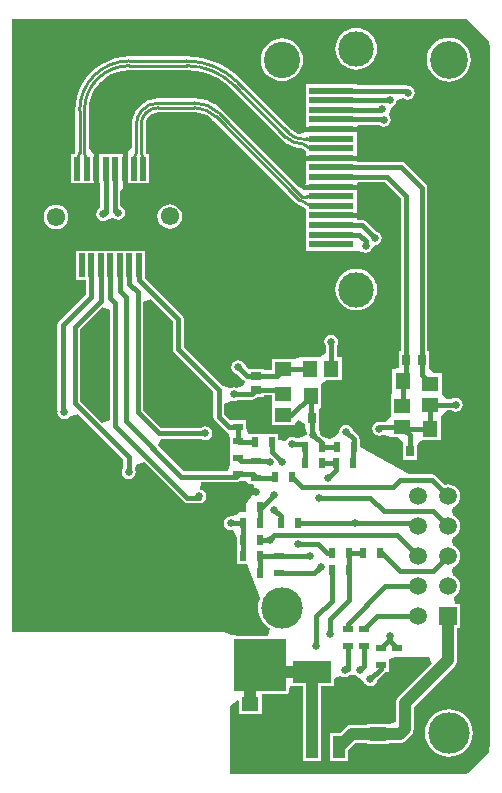
<source format=gtl>
G04 Layer_Physical_Order=1*
G04 Layer_Color=255*
%FSAX25Y25*%
%MOIN*%
G70*
G01*
G75*
%ADD10C,0.00900*%
%ADD11R,0.03937X0.07284*%
%ADD12R,0.12598X0.07284*%
%ADD13R,0.01969X0.07874*%
%ADD14R,0.02362X0.03347*%
%ADD15R,0.03347X0.02362*%
%ADD16R,0.04724X0.05512*%
%ADD17R,0.05512X0.04724*%
%ADD18R,0.02559X0.03543*%
%ADD19R,0.03543X0.02559*%
%ADD20R,0.04921X0.05512*%
%ADD21R,0.05512X0.04921*%
%ADD22R,0.15000X0.02200*%
%ADD23C,0.01500*%
%ADD24C,0.00800*%
%ADD25C,0.03937*%
%ADD26R,0.17500X0.17500*%
%ADD27C,0.12097*%
%ADD28C,0.13780*%
%ADD29C,0.12598*%
%ADD30C,0.05512*%
%ADD31R,0.07874X0.07874*%
%ADD32C,0.06102*%
%ADD33C,0.05906*%
%ADD34R,0.05906X0.05906*%
%ADD35C,0.11811*%
%ADD36C,0.02500*%
%ADD37C,0.05000*%
G36*
X0346350Y0313814D02*
Y0277001D01*
X0343850Y0275965D01*
X0336418Y0283397D01*
Y0307418D01*
X0343850Y0314850D01*
X0346350Y0313814D01*
D02*
G37*
G36*
X0400378Y0282339D02*
X0400378Y0279838D01*
Y0275252D01*
X0407890D01*
Y0276092D01*
X0409000Y0276913D01*
X0411500Y0275652D01*
Y0274886D01*
X0411500D01*
X0411885Y0272386D01*
X0411840Y0272158D01*
X0409533Y0270942D01*
X0408513D01*
X0408012Y0271277D01*
X0407134Y0271451D01*
X0406256Y0271277D01*
X0405512Y0270780D01*
X0405014Y0270035D01*
X0402524Y0270328D01*
Y0272331D01*
X0398161D01*
Y0272331D01*
X0396815D01*
Y0272331D01*
X0394186D01*
X0392389Y0272551D01*
X0391807Y0274563D01*
Y0276984D01*
X0386461D01*
X0386461Y0276984D01*
Y0276984D01*
X0384655Y0278660D01*
X0384418Y0278896D01*
Y0282263D01*
X0386688Y0283501D01*
X0386918Y0283506D01*
X0387634Y0283363D01*
X0388512Y0283538D01*
X0389013Y0283873D01*
X0393736D01*
X0394419Y0284009D01*
X0394998Y0284396D01*
X0395334Y0284732D01*
X0397862D01*
Y0285227D01*
X0400378D01*
X0400378Y0282339D01*
D02*
G37*
G36*
X0367350Y0309918D02*
Y0300657D01*
X0367485Y0299975D01*
X0367872Y0299396D01*
X0380850Y0286418D01*
Y0278157D01*
X0380985Y0277475D01*
X0381372Y0276896D01*
X0384872Y0273396D01*
X0384872Y0273396D01*
X0386199Y0272391D01*
X0386461Y0270453D01*
Y0267831D01*
X0386461D01*
Y0266484D01*
X0386461D01*
Y0262122D01*
X0386461Y0262122D01*
X0385689Y0259942D01*
X0370873D01*
X0362352Y0268462D01*
X0362374Y0268648D01*
X0363477Y0270873D01*
X0376754D01*
X0377256Y0270538D01*
X0378134Y0270363D01*
X0379012Y0270538D01*
X0379756Y0271035D01*
X0380253Y0271779D01*
X0380428Y0272657D01*
X0380253Y0273535D01*
X0379756Y0274280D01*
X0379012Y0274777D01*
X0378134Y0274952D01*
X0377256Y0274777D01*
X0376754Y0274442D01*
X0363373D01*
X0357418Y0280397D01*
Y0316314D01*
X0359918Y0317350D01*
X0367350Y0309918D01*
D02*
G37*
G36*
X0464948Y0410704D02*
X0472743Y0403290D01*
X0472830Y0403002D01*
X0473028Y0400995D01*
Y0168910D01*
X0472830Y0166903D01*
X0472694Y0166454D01*
X0465597Y0159357D01*
X0465148Y0159221D01*
X0463141Y0159023D01*
X0386523D01*
Y0181643D01*
X0388930Y0183643D01*
X0389378Y0183537D01*
Y0178945D01*
X0396890D01*
Y0185638D01*
X0405134D01*
X0405524Y0185715D01*
X0405855Y0185936D01*
X0406000Y0186154D01*
X0406076Y0186267D01*
X0406076Y0186267D01*
X0406153Y0186657D01*
X0406335Y0188516D01*
X0410640D01*
Y0168157D01*
X0410665Y0167963D01*
Y0163516D01*
X0416602D01*
Y0167963D01*
X0416628Y0168157D01*
Y0188516D01*
X0420933D01*
Y0190646D01*
X0421878Y0191278D01*
X0423433Y0191754D01*
X0423756Y0191538D01*
X0424634Y0191363D01*
X0425512Y0191538D01*
X0425549Y0191563D01*
X0426312Y0192035D01*
X0428012Y0192035D01*
X0428544Y0191680D01*
X0428756Y0191538D01*
X0429753Y0191013D01*
X0430760Y0190029D01*
X0431184Y0189526D01*
X0431512Y0189035D01*
X0432256Y0188538D01*
X0433134Y0188363D01*
X0434012Y0188538D01*
X0434756Y0189035D01*
X0435253Y0189779D01*
X0435371Y0190371D01*
X0437895Y0192896D01*
X0437895Y0192896D01*
X0438047Y0193122D01*
X0439307D01*
X0439307Y0197484D01*
X0441528Y0198157D01*
X0452633D01*
X0453590Y0195848D01*
X0442517Y0184775D01*
X0442041Y0184154D01*
X0441742Y0183432D01*
X0441640Y0182657D01*
Y0176474D01*
X0439390Y0175870D01*
Y0175870D01*
X0431878D01*
Y0175403D01*
X0426941D01*
X0426166Y0175302D01*
X0425444Y0175002D01*
X0424824Y0174527D01*
X0423096Y0172799D01*
X0419721D01*
Y0168352D01*
X0419695Y0168157D01*
X0419721Y0167963D01*
Y0163516D01*
X0425658D01*
Y0166892D01*
X0428181Y0169415D01*
X0431878D01*
Y0168949D01*
X0439390D01*
Y0169415D01*
X0442886D01*
X0443661Y0169517D01*
X0444383Y0169816D01*
X0445003Y0170292D01*
X0446751Y0172040D01*
X0447227Y0172660D01*
X0447526Y0173382D01*
X0447628Y0174157D01*
Y0181417D01*
X0461251Y0195040D01*
X0461727Y0195660D01*
X0462026Y0196382D01*
X0462128Y0197157D01*
Y0207705D01*
X0463087D01*
Y0215610D01*
X0461396D01*
X0460899Y0218110D01*
X0461127Y0218205D01*
X0461953Y0218838D01*
X0462587Y0219664D01*
X0462985Y0220626D01*
X0463121Y0221657D01*
X0462985Y0222689D01*
X0462587Y0223651D01*
X0461953Y0224477D01*
X0461127Y0225110D01*
X0460538Y0225354D01*
X0460340Y0226657D01*
X0460538Y0227961D01*
X0461127Y0228205D01*
X0461953Y0228838D01*
X0462587Y0229664D01*
X0462985Y0230626D01*
X0463121Y0231657D01*
X0462985Y0232689D01*
X0462587Y0233651D01*
X0461953Y0234477D01*
X0461127Y0235110D01*
X0460538Y0235354D01*
X0460340Y0236657D01*
X0460538Y0237961D01*
X0461127Y0238205D01*
X0461953Y0238838D01*
X0462587Y0239664D01*
X0462985Y0240626D01*
X0463121Y0241657D01*
X0462985Y0242689D01*
X0462587Y0243651D01*
X0461953Y0244477D01*
X0461127Y0245110D01*
X0460538Y0245354D01*
X0460340Y0246657D01*
X0460538Y0247961D01*
X0461127Y0248205D01*
X0461953Y0248838D01*
X0462587Y0249664D01*
X0462985Y0250626D01*
X0463121Y0251657D01*
X0462985Y0252689D01*
X0462587Y0253651D01*
X0461953Y0254477D01*
X0461127Y0255110D01*
X0460166Y0255508D01*
X0459134Y0255644D01*
X0458102Y0255508D01*
X0457893Y0255422D01*
X0454895Y0258419D01*
X0454317Y0258806D01*
X0453634Y0258942D01*
X0446022D01*
X0429815Y0267946D01*
Y0270831D01*
X0429384D01*
X0429282Y0271340D01*
X0428896Y0271919D01*
X0428896Y0271919D01*
X0427371Y0273444D01*
X0427253Y0274035D01*
X0426756Y0274780D01*
X0426012Y0275277D01*
X0425134Y0275451D01*
X0424256Y0275277D01*
X0423512Y0274780D01*
X0423014Y0274035D01*
X0422840Y0273158D01*
X0421859Y0271761D01*
X0419744Y0270831D01*
X0417461Y0271354D01*
X0416371Y0272444D01*
X0416358Y0272510D01*
X0416059Y0274886D01*
X0416059D01*
Y0280429D01*
X0416847Y0281401D01*
X0416846D01*
Y0287901D01*
X0416847Y0288913D01*
X0418730Y0290402D01*
X0423539D01*
Y0297913D01*
X0421961D01*
Y0301843D01*
X0422253Y0302279D01*
X0422428Y0303157D01*
X0422253Y0304035D01*
X0421756Y0304780D01*
X0421012Y0305277D01*
X0420134Y0305451D01*
X0419256Y0305277D01*
X0418512Y0304780D01*
X0418014Y0304035D01*
X0417840Y0303157D01*
X0418014Y0302279D01*
X0418393Y0301713D01*
Y0299265D01*
X0416453Y0297913D01*
X0414315Y0297913D01*
X0410165D01*
X0409728Y0297913D01*
Y0297913D01*
X0407890Y0297370D01*
X0407890Y0297370D01*
X0400378D01*
Y0293587D01*
X0397862D01*
Y0294083D01*
X0392319D01*
X0390936Y0296010D01*
X0390756Y0296280D01*
X0390012Y0296777D01*
X0389134Y0296952D01*
X0388256Y0296777D01*
X0387512Y0296280D01*
X0387014Y0295535D01*
X0386840Y0294657D01*
X0387014Y0293779D01*
X0387512Y0293035D01*
X0388256Y0292538D01*
X0388848Y0292420D01*
X0390451Y0290817D01*
X0390726Y0290541D01*
X0391245Y0289942D01*
X0391017Y0288714D01*
X0390982Y0288639D01*
X0388553Y0287749D01*
X0388512Y0287777D01*
X0387634Y0287951D01*
X0386841Y0287794D01*
X0386704Y0287778D01*
X0386347Y0287787D01*
X0384101Y0288308D01*
X0383956Y0288387D01*
X0383818Y0288496D01*
X0370918Y0301396D01*
Y0310657D01*
X0370918Y0310657D01*
X0370782Y0311340D01*
X0370395Y0311919D01*
X0370395Y0311919D01*
X0357929Y0324385D01*
Y0333501D01*
X0354780D01*
Y0333501D01*
X0335063D01*
Y0323627D01*
X0338413D01*
Y0318960D01*
X0329372Y0309919D01*
X0328985Y0309340D01*
X0328850Y0308657D01*
Y0280157D01*
X0328894Y0279932D01*
X0328840Y0279657D01*
X0329014Y0278780D01*
X0329512Y0278035D01*
X0330256Y0277538D01*
X0331134Y0277363D01*
X0332012Y0277538D01*
X0332756Y0278035D01*
X0332933Y0278300D01*
X0334928Y0278880D01*
X0335833Y0278935D01*
X0350850Y0263918D01*
Y0261037D01*
X0350514Y0260535D01*
X0350340Y0259657D01*
X0350514Y0258780D01*
X0351012Y0258035D01*
X0351756Y0257538D01*
X0352634Y0257363D01*
X0353512Y0257538D01*
X0354256Y0258035D01*
X0354753Y0258780D01*
X0354928Y0259657D01*
X0354753Y0260535D01*
X0355115Y0262168D01*
X0357713Y0263055D01*
X0370872Y0249896D01*
X0370872Y0249896D01*
X0371451Y0249509D01*
X0372134Y0249373D01*
X0372134Y0249373D01*
X0376085D01*
X0376134Y0249363D01*
X0377012Y0249538D01*
X0377756Y0250035D01*
X0378253Y0250780D01*
X0378428Y0251657D01*
X0378253Y0252535D01*
X0377756Y0253280D01*
X0377012Y0253777D01*
X0376528Y0253873D01*
X0376774Y0256373D01*
X0388280D01*
X0388962Y0256509D01*
X0389444Y0256831D01*
X0391807D01*
X0392461Y0255622D01*
X0393941D01*
X0394659Y0254166D01*
X0394846Y0253122D01*
X0390180Y0247176D01*
X0388598Y0245331D01*
X0386634Y0244952D01*
X0385756Y0244777D01*
X0385012Y0244280D01*
X0384514Y0243535D01*
X0384340Y0242657D01*
X0384514Y0241779D01*
X0385012Y0241035D01*
X0385756Y0240538D01*
X0386634Y0240363D01*
X0387471Y0240530D01*
X0388598Y0237662D01*
Y0234484D01*
X0388598D01*
Y0234331D01*
X0388598D01*
Y0228984D01*
X0392011D01*
X0396441Y0217720D01*
X0396309Y0217475D01*
X0395858Y0215988D01*
X0395706Y0214441D01*
X0395858Y0212894D01*
X0396309Y0211407D01*
X0397042Y0210036D01*
X0398028Y0208835D01*
X0399229Y0207849D01*
X0399551Y0207677D01*
X0398925Y0205177D01*
X0389945D01*
X0389230Y0205177D01*
X0387470Y0205396D01*
X0386820Y0205497D01*
X0385274Y0206113D01*
X0384500Y0206267D01*
X0384500Y0206267D01*
X0384163Y0206267D01*
X0313688D01*
Y0410882D01*
X0463141D01*
X0464948Y0410704D01*
D02*
G37*
%LPC*%
G36*
X0428434Y0327496D02*
X0427080Y0327363D01*
X0425778Y0326968D01*
X0424579Y0326327D01*
X0423527Y0325464D01*
X0422664Y0324412D01*
X0422023Y0323213D01*
X0421628Y0321911D01*
X0421495Y0320557D01*
X0421628Y0319204D01*
X0422023Y0317902D01*
X0422664Y0316702D01*
X0423527Y0315651D01*
X0424579Y0314788D01*
X0425778Y0314147D01*
X0427080Y0313752D01*
X0428434Y0313618D01*
X0429788Y0313752D01*
X0431089Y0314147D01*
X0432289Y0314788D01*
X0433340Y0315651D01*
X0434203Y0316702D01*
X0434845Y0317902D01*
X0435239Y0319204D01*
X0435373Y0320557D01*
X0435239Y0321911D01*
X0434845Y0323213D01*
X0434203Y0324412D01*
X0433340Y0325464D01*
X0432289Y0326327D01*
X0431089Y0326968D01*
X0429788Y0327363D01*
X0428434Y0327496D01*
D02*
G37*
G36*
X0459303Y0180676D02*
X0457757Y0180524D01*
X0456269Y0180072D01*
X0454899Y0179340D01*
X0453697Y0178354D01*
X0452711Y0177153D01*
X0451979Y0175782D01*
X0451528Y0174295D01*
X0451375Y0172748D01*
X0451528Y0171201D01*
X0451979Y0169714D01*
X0452711Y0168343D01*
X0453697Y0167142D01*
X0454899Y0166156D01*
X0456269Y0165424D01*
X0457757Y0164972D01*
X0459303Y0164820D01*
X0460850Y0164972D01*
X0462337Y0165424D01*
X0463708Y0166156D01*
X0464909Y0167142D01*
X0465895Y0168343D01*
X0466628Y0169714D01*
X0467079Y0171201D01*
X0467231Y0172748D01*
X0467079Y0174295D01*
X0466628Y0175782D01*
X0465895Y0177153D01*
X0464909Y0178354D01*
X0463708Y0179340D01*
X0462337Y0180072D01*
X0460850Y0180524D01*
X0459303Y0180676D01*
D02*
G37*
G36*
X0328386Y0348792D02*
X0327328Y0348652D01*
X0326343Y0348244D01*
X0325497Y0347595D01*
X0324847Y0346748D01*
X0324439Y0345763D01*
X0324300Y0344706D01*
X0324439Y0343648D01*
X0324847Y0342662D01*
X0325497Y0341816D01*
X0326343Y0341167D01*
X0327328Y0340759D01*
X0328386Y0340619D01*
X0329443Y0340759D01*
X0330429Y0341167D01*
X0331275Y0341816D01*
X0331925Y0342662D01*
X0332333Y0343648D01*
X0332472Y0344706D01*
X0332333Y0345763D01*
X0331925Y0346748D01*
X0331275Y0347595D01*
X0330429Y0348244D01*
X0329443Y0348652D01*
X0328386Y0348792D01*
D02*
G37*
G36*
X0428434Y0407733D02*
X0427080Y0407599D01*
X0425778Y0407204D01*
X0424579Y0406563D01*
X0423527Y0405700D01*
X0422664Y0404649D01*
X0422023Y0403449D01*
X0421628Y0402147D01*
X0421495Y0400794D01*
X0421628Y0399440D01*
X0422023Y0398138D01*
X0422664Y0396939D01*
X0423527Y0395887D01*
X0424579Y0395024D01*
X0425778Y0394383D01*
X0427080Y0393988D01*
X0428434Y0393855D01*
X0429788Y0393988D01*
X0431089Y0394383D01*
X0432289Y0395024D01*
X0433340Y0395887D01*
X0434203Y0396939D01*
X0434845Y0398138D01*
X0435239Y0399440D01*
X0435373Y0400794D01*
X0435239Y0402147D01*
X0434845Y0403449D01*
X0434203Y0404649D01*
X0433340Y0405700D01*
X0432289Y0406563D01*
X0431089Y0407204D01*
X0429788Y0407599D01*
X0428434Y0407733D01*
D02*
G37*
G36*
X0371818Y0398248D02*
Y0398236D01*
X0352821D01*
Y0398246D01*
X0350463Y0398092D01*
X0350387Y0398076D01*
X0348146Y0397631D01*
X0345909Y0396871D01*
X0343790Y0395826D01*
X0341825Y0394514D01*
X0340049Y0392956D01*
X0338491Y0391180D01*
X0337178Y0389215D01*
X0336134Y0387096D01*
X0335374Y0384859D01*
X0334928Y0382618D01*
X0334913Y0382542D01*
X0334759Y0380184D01*
X0334769D01*
Y0366501D01*
X0334541Y0366204D01*
X0334367Y0365784D01*
X0333488D01*
Y0355910D01*
X0340437D01*
X0340606Y0355910D01*
X0342937D01*
X0343137Y0355710D01*
Y0347697D01*
X0342512Y0347280D01*
X0342014Y0346535D01*
X0341840Y0345657D01*
X0342014Y0344779D01*
X0342512Y0344035D01*
X0343256Y0343538D01*
X0344134Y0343363D01*
X0345012Y0343538D01*
X0345122Y0343612D01*
X0347219Y0344422D01*
X0348256Y0344038D01*
X0349134Y0343863D01*
X0350012Y0344038D01*
X0350756Y0344535D01*
X0351253Y0345280D01*
X0351428Y0346157D01*
X0351253Y0347035D01*
X0350756Y0347780D01*
X0350012Y0348277D01*
X0349855Y0348308D01*
Y0353493D01*
X0352355Y0355910D01*
X0352555Y0355910D01*
X0359504D01*
Y0365784D01*
X0358625D01*
X0358452Y0366204D01*
X0358223Y0366501D01*
Y0375460D01*
X0358214Y0375504D01*
X0358353Y0376556D01*
X0358776Y0377577D01*
X0359449Y0378454D01*
X0360326Y0379127D01*
X0361347Y0379549D01*
X0362398Y0379688D01*
X0362442Y0379679D01*
X0374492D01*
X0374557Y0379692D01*
X0376158Y0379535D01*
X0377760Y0379048D01*
X0379237Y0378259D01*
X0380480Y0377239D01*
X0380517Y0377183D01*
X0408338Y0349362D01*
X0408365Y0349344D01*
X0408977Y0348875D01*
X0409719Y0348567D01*
X0410113Y0348516D01*
X0410646Y0348078D01*
X0411634Y0347550D01*
Y0346657D01*
X0411634Y0346357D01*
Y0344157D01*
X0411634Y0343857D01*
Y0339957D01*
Y0336757D01*
Y0333557D01*
X0427577D01*
X0428634Y0333557D01*
X0430756Y0333038D01*
X0431634Y0332863D01*
X0432512Y0333038D01*
X0433256Y0333535D01*
X0433753Y0334279D01*
X0434634Y0335363D01*
X0435512Y0335538D01*
X0436256Y0336035D01*
X0436753Y0336779D01*
X0436928Y0337657D01*
X0436753Y0338535D01*
X0436256Y0339280D01*
X0435512Y0339777D01*
X0434920Y0339895D01*
X0431496Y0343319D01*
X0430917Y0343706D01*
X0430234Y0343842D01*
X0428950D01*
X0428634Y0344158D01*
Y0346357D01*
X0428634Y0346657D01*
Y0349557D01*
Y0353457D01*
X0428634Y0353757D01*
Y0355957D01*
X0428950Y0356273D01*
X0437995D01*
X0443204Y0351064D01*
Y0299929D01*
X0442709D01*
Y0294386D01*
X0440421Y0293913D01*
Y0286402D01*
X0440421Y0286402D01*
X0439878Y0285063D01*
X0439878Y0285063D01*
X0439878Y0284127D01*
Y0280476D01*
X0439878Y0278339D01*
X0438526Y0276398D01*
X0436591D01*
X0436590Y0276398D01*
X0436496Y0276380D01*
X0436134Y0276451D01*
X0435256Y0276277D01*
X0434512Y0275780D01*
X0434014Y0275035D01*
X0433840Y0274157D01*
X0434014Y0273280D01*
X0434512Y0272535D01*
X0435256Y0272038D01*
X0436134Y0271863D01*
X0437012Y0272038D01*
X0437378Y0272283D01*
X0437759Y0272172D01*
X0439878Y0271252D01*
X0439878Y0271252D01*
X0439878Y0271252D01*
X0442365D01*
X0444000Y0269429D01*
Y0263886D01*
X0448559D01*
Y0268363D01*
X0449339Y0269791D01*
X0450656Y0270402D01*
X0456595D01*
Y0277913D01*
X0456595D01*
X0456890Y0278752D01*
X0458736Y0280330D01*
X0460319D01*
X0460756Y0280038D01*
X0461634Y0279863D01*
X0462512Y0280038D01*
X0463256Y0280535D01*
X0463753Y0281279D01*
X0463928Y0282157D01*
X0463753Y0283035D01*
X0463256Y0283780D01*
X0462512Y0284277D01*
X0461634Y0284452D01*
X0460756Y0284277D01*
X0460189Y0283898D01*
X0458241D01*
X0456890Y0285839D01*
X0456890Y0287976D01*
Y0292563D01*
X0454194D01*
X0452559Y0294386D01*
Y0299929D01*
X0452064D01*
Y0354512D01*
X0452064Y0354512D01*
X0451928Y0355195D01*
X0451541Y0355773D01*
X0444796Y0362519D01*
X0444217Y0362906D01*
X0443534Y0363042D01*
X0428950D01*
X0428634Y0363357D01*
Y0365557D01*
X0428634Y0365858D01*
Y0368757D01*
Y0372657D01*
X0428634Y0372957D01*
Y0375157D01*
X0428950Y0375473D01*
X0436105D01*
X0436756Y0375038D01*
X0437634Y0374863D01*
X0438512Y0375038D01*
X0439256Y0375535D01*
X0439753Y0376279D01*
X0439928Y0377157D01*
X0439753Y0378035D01*
X0439256Y0378780D01*
X0440081Y0381188D01*
X0440512Y0381538D01*
X0441256Y0382035D01*
X0441753Y0382780D01*
X0441851Y0383270D01*
X0443014Y0383951D01*
X0444347Y0384311D01*
X0444756Y0384038D01*
X0445634Y0383863D01*
X0446512Y0384038D01*
X0447256Y0384535D01*
X0447753Y0385279D01*
X0447928Y0386157D01*
X0447753Y0387035D01*
X0447256Y0387780D01*
X0446512Y0388277D01*
X0445725Y0388433D01*
X0445617Y0388506D01*
X0444934Y0388642D01*
X0428634D01*
Y0388957D01*
X0411634D01*
Y0384757D01*
Y0381557D01*
Y0378357D01*
Y0375458D01*
X0411634Y0375157D01*
Y0372957D01*
X0409300Y0372289D01*
X0408999Y0372414D01*
X0407006Y0373638D01*
X0405239Y0375406D01*
X0389898Y0390747D01*
X0389906Y0390756D01*
X0387767Y0392667D01*
X0385428Y0394327D01*
X0382917Y0395714D01*
X0380267Y0396812D01*
X0377510Y0397606D01*
X0374682Y0398087D01*
X0371818Y0398248D01*
D02*
G37*
G36*
X0403634Y0404240D02*
X0402252Y0404104D01*
X0400923Y0403701D01*
X0399699Y0403047D01*
X0398625Y0402166D01*
X0397745Y0401092D01*
X0397090Y0399868D01*
X0396687Y0398539D01*
X0396551Y0397157D01*
X0396687Y0395776D01*
X0397090Y0394447D01*
X0397745Y0393222D01*
X0398625Y0392149D01*
X0399699Y0391268D01*
X0400923Y0390614D01*
X0402252Y0390211D01*
X0403634Y0390075D01*
X0405016Y0390211D01*
X0406344Y0390614D01*
X0407569Y0391268D01*
X0408642Y0392149D01*
X0409523Y0393222D01*
X0410178Y0394447D01*
X0410581Y0395776D01*
X0410717Y0397157D01*
X0410581Y0398539D01*
X0410178Y0399868D01*
X0409523Y0401092D01*
X0408642Y0402166D01*
X0407569Y0403047D01*
X0406344Y0403701D01*
X0405016Y0404104D01*
X0403634Y0404240D01*
D02*
G37*
G36*
X0366280Y0348989D02*
X0365222Y0348849D01*
X0364236Y0348441D01*
X0363390Y0347792D01*
X0362741Y0346945D01*
X0362333Y0345960D01*
X0362193Y0344902D01*
X0362333Y0343845D01*
X0362741Y0342859D01*
X0363390Y0342013D01*
X0364236Y0341364D01*
X0365222Y0340955D01*
X0366280Y0340816D01*
X0367337Y0340955D01*
X0368323Y0341364D01*
X0369169Y0342013D01*
X0369818Y0342859D01*
X0370226Y0343845D01*
X0370366Y0344902D01*
X0370226Y0345960D01*
X0369818Y0346945D01*
X0369169Y0347792D01*
X0368323Y0348441D01*
X0367337Y0348849D01*
X0366280Y0348989D01*
D02*
G37*
G36*
X0459303Y0404492D02*
X0457872Y0404351D01*
X0456496Y0403934D01*
X0455228Y0403256D01*
X0454117Y0402344D01*
X0453205Y0401232D01*
X0452527Y0399964D01*
X0452109Y0398588D01*
X0451969Y0397157D01*
X0452109Y0395726D01*
X0452527Y0394351D01*
X0453205Y0393083D01*
X0454117Y0391971D01*
X0455228Y0391059D01*
X0456496Y0390381D01*
X0457872Y0389964D01*
X0459303Y0389823D01*
X0460734Y0389964D01*
X0462110Y0390381D01*
X0463378Y0391059D01*
X0464489Y0391971D01*
X0465402Y0393083D01*
X0466079Y0394351D01*
X0466497Y0395726D01*
X0466638Y0397157D01*
X0466497Y0398588D01*
X0466079Y0399964D01*
X0465402Y0401232D01*
X0464489Y0402344D01*
X0463378Y0403256D01*
X0462110Y0403934D01*
X0460734Y0404351D01*
X0459303Y0404492D01*
D02*
G37*
%LPD*%
G36*
X0374627Y0393524D02*
X0377297Y0392993D01*
X0379875Y0392118D01*
X0382316Y0390914D01*
X0384580Y0389401D01*
X0386561Y0387664D01*
X0386610Y0387590D01*
X0403784Y0370416D01*
X0403771Y0370403D01*
X0405242Y0369196D01*
X0405682Y0368961D01*
X0406920Y0368300D01*
X0408741Y0367747D01*
X0410238Y0367600D01*
X0410686Y0367232D01*
X0411634Y0366726D01*
Y0365858D01*
X0411634Y0365557D01*
Y0363357D01*
X0411634Y0363057D01*
Y0359157D01*
Y0356258D01*
X0411634Y0356047D01*
X0409934Y0354464D01*
X0409501Y0354644D01*
X0383740Y0380405D01*
X0383748Y0380414D01*
X0382186Y0381748D01*
X0381875Y0381939D01*
X0380435Y0382821D01*
X0378537Y0383607D01*
X0376895Y0384001D01*
X0376539Y0384087D01*
X0374492Y0384248D01*
Y0384236D01*
X0362471D01*
X0362471Y0384250D01*
X0360751Y0384081D01*
X0360115Y0383888D01*
X0360115Y0383888D01*
X0360115Y0383888D01*
X0359096Y0383579D01*
X0357572Y0382764D01*
X0356235Y0381667D01*
X0355706Y0381024D01*
X0355654Y0380989D01*
X0355554Y0380840D01*
X0355139Y0380331D01*
X0354324Y0378806D01*
X0354015Y0377787D01*
X0354015Y0377787D01*
X0354015Y0377787D01*
X0353822Y0377152D01*
X0353652Y0375431D01*
X0353666D01*
Y0368118D01*
X0353365Y0367484D01*
X0351464Y0365784D01*
X0350055Y0365784D01*
X0349886Y0365784D01*
X0343106D01*
X0342937Y0365784D01*
X0340606D01*
X0339326Y0367824D01*
Y0380288D01*
X0339312Y0380359D01*
X0339471Y0382386D01*
X0339962Y0384432D01*
X0340768Y0386376D01*
X0341867Y0388171D01*
X0343234Y0389771D01*
X0344834Y0391138D01*
X0346629Y0392237D01*
X0348573Y0393042D01*
X0350619Y0393534D01*
X0352646Y0393693D01*
X0352717Y0393679D01*
X0371911D01*
X0371997Y0393696D01*
X0374627Y0393524D01*
D02*
G37*
D10*
X0357520Y0364139D02*
G03*
X0356745Y0366009I-0002645J0000000D01*
G01*
X0362442Y0381157D02*
G03*
X0356745Y0375460I0000000J-0005697D01*
G01*
X0410703Y0349939D02*
G03*
X0414279Y0348457I0003576J0003576D01*
G01*
X0381563Y0378228D02*
G03*
X0374492Y0381157I-0007071J-0007071D01*
G01*
X0409384Y0350407D02*
G03*
X0410515Y0349939I0001131J0001131D01*
G01*
X0338622Y0364139D02*
G03*
X0337847Y0366009I-0002645J0000000D01*
G01*
X0352717Y0395157D02*
G03*
X0337847Y0380288I0000000J-0014870D01*
G01*
X0410784Y0369057D02*
G03*
X0414164Y0367657I0003380J0003380D01*
G01*
X0387656Y0388636D02*
G03*
X0371911Y0395157I-0015745J-0015745D01*
G01*
X0404830Y0371462D02*
G03*
X0410634Y0369057I0005804J0005804D01*
G01*
X0336247Y0366009D02*
G03*
X0335472Y0364139I0001870J-0001870D01*
G01*
X0352821Y0396757D02*
G03*
X0336247Y0380184I0000000J-0016573D01*
G01*
X0405961Y0372593D02*
G03*
X0410634Y0370657I0004673J0004673D01*
G01*
X0388852Y0389702D02*
G03*
X0371818Y0396757I-0017034J-0017034D01*
G01*
X0411701Y0370657D02*
G03*
X0412184Y0370857I0000000J0000683D01*
G01*
X0355145Y0366009D02*
G03*
X0354370Y0364139I0001870J-0001870D01*
G01*
X0356700Y0379944D02*
G03*
X0355145Y0375431I0005771J-0004513D01*
G01*
X0362471Y0382757D02*
G03*
X0356700Y0379944I0000000J-0007326D01*
G01*
X0382694Y0379360D02*
G03*
X0374492Y0382757I-0008202J-0008202D01*
G01*
X0411897Y0351539D02*
G03*
X0412184Y0351657I0000000J0000405D01*
G01*
X0357520Y0360847D02*
Y0364139D01*
X0356745Y0366009D02*
Y0375460D01*
X0362442Y0381157D02*
X0374492D01*
X0414279Y0348457D02*
X0420134D01*
X0381563Y0378228D02*
X0409384Y0350407D01*
X0410515Y0349939D02*
X0410703D01*
X0338622Y0360847D02*
Y0364139D01*
X0337847Y0366009D02*
Y0380288D01*
X0352717Y0395157D02*
X0371911D01*
X0414164Y0367657D02*
X0420134D01*
X0387656Y0388636D02*
X0404830Y0371462D01*
X0410634Y0369057D02*
X0410784D01*
X0335472Y0360847D02*
Y0364139D01*
X0336247Y0366009D02*
Y0380184D01*
X0352821Y0396757D02*
X0371818D01*
X0410634Y0370657D02*
X0411701D01*
X0388852Y0389702D02*
X0405961Y0372593D01*
X0412184Y0370857D02*
X0420134D01*
X0354370Y0360847D02*
Y0364139D01*
X0355145Y0366009D02*
Y0375431D01*
X0382694Y0379360D02*
X0410515Y0351539D01*
X0411897D01*
X0362471Y0382757D02*
X0374492D01*
X0412184Y0351657D02*
X0420134D01*
D11*
X0404579Y0168157D02*
D03*
X0413634D02*
D03*
X0422689D02*
D03*
D12*
X0413634Y0193157D02*
D03*
D13*
X0360669Y0360847D02*
D03*
X0357520Y0360847D02*
D03*
X0354370D02*
D03*
X0351220Y0360847D02*
D03*
X0348071D02*
D03*
X0344921D02*
D03*
X0341772D02*
D03*
X0332323D02*
D03*
X0333898Y0328564D02*
D03*
X0337047D02*
D03*
X0340197D02*
D03*
X0343347D02*
D03*
X0346496D02*
D03*
X0349646D02*
D03*
X0352795D02*
D03*
X0355945Y0328564D02*
D03*
X0359095D02*
D03*
X0362244Y0328564D02*
D03*
X0338622Y0360847D02*
D03*
X0335472D02*
D03*
D14*
X0427488Y0262657D02*
D03*
X0421779D02*
D03*
X0411279D02*
D03*
X0416988D02*
D03*
X0396488Y0248157D02*
D03*
X0390779D02*
D03*
X0403279Y0242657D02*
D03*
X0408988D02*
D03*
X0390779Y0237157D02*
D03*
X0396488D02*
D03*
X0421925Y0268157D02*
D03*
X0427634D02*
D03*
X0416988D02*
D03*
X0411279D02*
D03*
X0390779Y0242657D02*
D03*
X0396488D02*
D03*
Y0226157D02*
D03*
X0390779D02*
D03*
X0425988Y0232657D02*
D03*
X0420280D02*
D03*
X0401279Y0258157D02*
D03*
X0406988D02*
D03*
X0394634Y0269657D02*
D03*
X0400343D02*
D03*
X0430780Y0232657D02*
D03*
X0436488D02*
D03*
X0390779Y0231657D02*
D03*
X0396488D02*
D03*
X0420280Y0227157D02*
D03*
X0425988D02*
D03*
D15*
X0442134Y0201012D02*
D03*
Y0195303D02*
D03*
X0425634Y0201803D02*
D03*
Y0207512D02*
D03*
X0431134Y0201803D02*
D03*
Y0207512D02*
D03*
X0436634Y0195303D02*
D03*
Y0201012D02*
D03*
X0389134Y0259012D02*
D03*
Y0253303D02*
D03*
Y0274803D02*
D03*
Y0280512D02*
D03*
X0402634Y0231657D02*
D03*
Y0225949D02*
D03*
X0395134Y0263512D02*
D03*
Y0257803D02*
D03*
X0389134Y0264303D02*
D03*
Y0270012D02*
D03*
D16*
X0413091Y0294158D02*
D03*
X0420177D02*
D03*
D17*
X0404134Y0285701D02*
D03*
Y0278614D02*
D03*
X0443634Y0281701D02*
D03*
Y0274614D02*
D03*
X0453134Y0289201D02*
D03*
Y0282114D02*
D03*
D18*
X0413779Y0277657D02*
D03*
X0419488D02*
D03*
X0446279Y0266657D02*
D03*
X0451988D02*
D03*
X0444988Y0297157D02*
D03*
X0439280D02*
D03*
X0450280D02*
D03*
X0455988D02*
D03*
D19*
X0395091Y0291803D02*
D03*
Y0297512D02*
D03*
Y0287012D02*
D03*
Y0281303D02*
D03*
D20*
X0413386Y0285157D02*
D03*
X0419882D02*
D03*
X0453134Y0274157D02*
D03*
X0459630D02*
D03*
X0443882Y0290157D02*
D03*
X0437386D02*
D03*
D21*
X0404134Y0293909D02*
D03*
Y0300406D02*
D03*
X0393134Y0182405D02*
D03*
Y0175909D02*
D03*
X0435634Y0172409D02*
D03*
Y0178905D02*
D03*
D22*
X0420134Y0367657D02*
D03*
Y0370857D02*
D03*
Y0383657D02*
D03*
Y0386857D02*
D03*
Y0380457D02*
D03*
Y0377257D02*
D03*
Y0335657D02*
D03*
Y0342057D02*
D03*
Y0345257D02*
D03*
Y0354857D02*
D03*
Y0358057D02*
D03*
Y0364457D02*
D03*
Y0374057D02*
D03*
Y0348457D02*
D03*
Y0351657D02*
D03*
Y0361257D02*
D03*
Y0338857D02*
D03*
D23*
X0396488Y0231657D02*
X0402634D01*
X0396488Y0226157D02*
Y0231657D01*
X0390779D02*
Y0237157D01*
X0385134Y0224157D02*
X0387134Y0226157D01*
X0390779D01*
X0334634Y0282657D02*
X0352634Y0264657D01*
Y0259657D02*
Y0264657D01*
X0428134Y0242657D02*
X0448134D01*
X0408988D02*
X0428134D01*
X0448134D02*
X0449134Y0241657D01*
X0454134Y0246657D02*
X0459134Y0241657D01*
X0401134Y0247157D02*
X0403279Y0245012D01*
Y0242657D02*
Y0245012D01*
X0396488Y0237157D02*
X0399634D01*
X0390779D02*
Y0242657D01*
X0397134Y0248157D02*
X0401134Y0252157D01*
X0396488Y0248157D02*
X0397134D01*
X0396488Y0242657D02*
Y0248157D01*
X0386634Y0242657D02*
X0390779D01*
X0389134Y0253303D02*
X0390779Y0251657D01*
Y0248157D02*
Y0251657D01*
X0444934Y0386857D02*
X0445634Y0386157D01*
X0420134Y0386857D02*
X0444934D01*
X0437134Y0380657D02*
Y0381157D01*
X0420134Y0380457D02*
X0436434D01*
X0437534Y0377257D02*
X0437634Y0377157D01*
X0420134Y0377257D02*
X0437534D01*
X0430234Y0342057D02*
X0434634Y0337657D01*
X0431634Y0335157D02*
Y0336657D01*
X0429434Y0338857D02*
X0431634Y0336657D01*
X0437634Y0246657D02*
X0454134D01*
X0433134Y0251157D02*
X0437634Y0246657D01*
X0416134Y0251157D02*
X0433134D01*
X0399279Y0263512D02*
X0399634Y0263157D01*
X0395134Y0263512D02*
X0399279D01*
X0419134Y0257657D02*
X0421779Y0260303D01*
Y0262657D01*
X0453634Y0257157D02*
X0459134Y0251657D01*
X0443134Y0257157D02*
X0453634D01*
X0440634Y0254657D02*
X0443134Y0257157D01*
X0410488Y0254657D02*
X0440634D01*
X0406988Y0258157D02*
X0410488Y0254657D01*
X0400343Y0266449D02*
X0403634Y0263157D01*
X0400343Y0266449D02*
Y0269657D01*
X0444091Y0274157D02*
X0446279Y0271969D01*
Y0266657D02*
Y0271969D01*
X0394988Y0253303D02*
X0395134Y0253157D01*
X0389134Y0253303D02*
X0394988D01*
X0395134Y0257803D02*
X0400925D01*
X0389134Y0264303D02*
X0389925Y0263512D01*
X0395134D01*
X0400925Y0257803D02*
X0401279Y0258157D01*
X0393925Y0259012D02*
X0395134Y0257803D01*
X0389134Y0259012D02*
X0393925D01*
X0388280Y0258157D02*
X0389134Y0259012D01*
X0370134Y0258157D02*
X0388280D01*
X0351634Y0276657D02*
X0370134Y0258157D01*
X0348134Y0275157D02*
X0372134Y0251157D01*
X0330634Y0280157D02*
X0331134Y0279657D01*
X0425134Y0273157D02*
X0427634Y0270657D01*
Y0268157D02*
Y0270657D01*
X0427488Y0268012D02*
X0427634Y0268157D01*
X0427488Y0262657D02*
Y0268012D01*
X0416988Y0262657D02*
X0421779D01*
X0416988Y0268157D02*
X0421925D01*
X0414134Y0272157D02*
X0416988Y0269303D01*
X0410280Y0269157D02*
X0411279Y0268157D01*
X0407134Y0269157D02*
X0410280D01*
X0411279Y0262657D02*
Y0268157D01*
X0362634Y0272657D02*
X0378134D01*
X0389134Y0270012D02*
X0389488Y0269657D01*
X0394634D01*
X0389134Y0270012D02*
Y0274803D01*
X0388988Y0274657D02*
X0389134Y0274803D01*
X0386134Y0274657D02*
X0388988D01*
X0382634Y0278157D02*
X0386134Y0274657D01*
X0382634Y0278157D02*
Y0287157D01*
X0369134Y0300657D02*
X0382634Y0287157D01*
X0355945Y0323846D02*
Y0328564D01*
X0355634Y0279657D02*
X0362634Y0272657D01*
X0355634Y0279657D02*
Y0319657D01*
X0352795Y0322496D02*
X0355634Y0319657D01*
X0352795Y0322496D02*
Y0328564D01*
X0351634Y0276657D02*
Y0318157D01*
X0349646Y0320146D02*
X0351634Y0318157D01*
X0349646Y0320146D02*
Y0328564D01*
X0348134Y0275157D02*
Y0316157D01*
X0346496Y0317795D02*
X0348134Y0316157D01*
X0346496Y0317795D02*
Y0328564D01*
X0334634Y0282657D02*
Y0308157D01*
X0343347Y0316870D01*
Y0328564D01*
X0330634Y0280157D02*
Y0308657D01*
X0340197Y0318220D01*
Y0328564D01*
X0395634Y0163657D02*
X0400134Y0168157D01*
X0404579D01*
X0393134Y0168657D02*
Y0175909D01*
X0436134Y0274157D02*
X0436590Y0274614D01*
X0443634D01*
X0444091Y0274157D01*
X0453134D01*
X0451988Y0266657D02*
X0457634D01*
X0459630Y0274157D02*
X0466134D01*
X0461590Y0282114D02*
X0461634Y0282157D01*
X0453134Y0282114D02*
X0461590D01*
X0453134Y0274157D02*
X0453134Y0274158D01*
Y0282114D01*
X0450280Y0292055D02*
X0453134Y0289201D01*
X0450280Y0292055D02*
Y0297157D01*
X0443634Y0281701D02*
X0443882Y0281949D01*
Y0290157D01*
X0444988Y0291264D01*
Y0297157D01*
Y0351803D01*
X0438734Y0358057D02*
X0444988Y0351803D01*
X0420134Y0358057D02*
X0438734D01*
X0450280Y0297157D02*
Y0354512D01*
X0443534Y0361257D02*
X0450280Y0354512D01*
X0420134Y0361257D02*
X0443534D01*
X0412843Y0293909D02*
X0413091Y0294158D01*
X0404134Y0293909D02*
X0412843D01*
X0419488Y0277657D02*
X0424634D01*
X0419882Y0285157D02*
X0426134D01*
X0420134Y0303157D02*
X0420177Y0303114D01*
Y0294158D02*
Y0303114D01*
X0413779Y0272512D02*
X0414134Y0272157D01*
X0413779Y0272512D02*
Y0277657D01*
X0413386Y0278051D02*
X0413779Y0277657D01*
X0413386Y0278051D02*
Y0285157D01*
X0406843Y0278614D02*
X0413386Y0285157D01*
X0404134Y0278614D02*
X0406843D01*
X0395091Y0275701D02*
X0395134Y0275657D01*
X0395091Y0275701D02*
Y0281303D01*
X0404134Y0300406D02*
Y0307157D01*
X0399382Y0300406D02*
X0404134D01*
X0396488Y0297512D02*
X0399382Y0300406D01*
X0395091Y0297512D02*
X0396488D01*
X0402823Y0287012D02*
X0404134Y0285701D01*
X0395091Y0287012D02*
X0402823D01*
X0402028Y0291803D02*
X0404134Y0293909D01*
X0395091Y0291803D02*
X0402028D01*
X0391988D02*
X0395091D01*
X0389134Y0294657D02*
X0391988Y0291803D01*
X0393736Y0285657D02*
X0395091Y0287012D01*
X0387634Y0285657D02*
X0393736D01*
X0344134Y0345657D02*
X0344921Y0346445D01*
Y0360847D01*
X0348634Y0346157D02*
X0349134D01*
X0348071Y0346720D02*
X0348634Y0346157D01*
X0348071Y0346720D02*
Y0360847D01*
X0402634Y0231657D02*
X0413134D01*
X0402634Y0225949D02*
X0414425D01*
X0425988Y0227157D02*
Y0232657D01*
X0430780D01*
X0414425Y0225949D02*
X0416634Y0228157D01*
X0436488Y0232657D02*
X0437134D01*
X0443134Y0226657D01*
X0454134D01*
X0459134Y0231657D01*
X0435634Y0178905D02*
Y0185157D01*
X0436634Y0194157D02*
Y0195303D01*
X0433134Y0190657D02*
X0436634Y0194157D01*
X0442134Y0193657D02*
Y0195303D01*
X0439134Y0190657D02*
X0442134Y0193657D01*
X0436634Y0201012D02*
X0439634Y0204012D01*
Y0203512D02*
X0442134Y0201012D01*
X0439634Y0203512D02*
Y0204012D01*
Y0205157D01*
X0399634Y0237157D02*
X0401134Y0238657D01*
X0442134D01*
X0449134Y0231657D01*
X0418634Y0232657D02*
X0420280D01*
X0415634Y0235657D02*
X0418634Y0232657D01*
X0409134Y0235657D02*
X0415634D01*
X0431134Y0207512D02*
X0435280Y0211657D01*
X0449134D01*
X0425634Y0207512D02*
Y0209157D01*
Y0194157D02*
Y0201803D01*
X0425134Y0193657D02*
X0425634Y0194157D01*
X0431134Y0195157D02*
Y0201803D01*
X0429634Y0193657D02*
X0431134Y0195157D01*
X0425988Y0217012D02*
Y0227157D01*
X0419634Y0210657D02*
X0425988Y0217012D01*
X0419634Y0205657D02*
Y0210657D01*
X0420280Y0216803D02*
Y0227157D01*
X0415134Y0211657D02*
X0420280Y0216803D01*
X0415134Y0201657D02*
Y0211657D01*
X0420134Y0342057D02*
X0430234D01*
X0420134Y0338857D02*
X0429434D01*
X0420134Y0383657D02*
X0439634D01*
X0420134Y0345257D02*
X0431234D01*
X0431634Y0345657D01*
X0420134Y0364457D02*
X0432934D01*
X0433134Y0364657D01*
X0409434Y0364457D02*
X0420134D01*
X0409134Y0364157D02*
X0409434Y0364457D01*
X0410934Y0354857D02*
X0420134D01*
X0409634Y0356157D02*
X0410934Y0354857D01*
X0420134D02*
X0430334D01*
X0430634Y0355157D01*
X0420134Y0374057D02*
X0430734D01*
X0431134Y0373657D01*
X0409734Y0374057D02*
X0420134D01*
X0409634Y0374157D02*
X0409734Y0374057D01*
X0351220Y0360847D02*
Y0367571D01*
X0351134Y0367657D02*
X0351220Y0367571D01*
X0341772Y0360847D02*
Y0367020D01*
X0341134Y0367657D02*
X0341772Y0367020D01*
Y0355405D02*
Y0360847D01*
X0339768Y0353401D02*
X0341772Y0355405D01*
X0351220Y0353071D02*
Y0360847D01*
Y0353071D02*
X0355274D01*
X0355618Y0353415D01*
X0436434Y0380457D02*
X0437134Y0381157D01*
X0369134Y0300657D02*
Y0310657D01*
X0355945Y0323846D02*
X0369134Y0310657D01*
X0425634Y0209157D02*
X0438134Y0221657D01*
X0449134D01*
X0372134Y0251157D02*
X0376134D01*
D24*
X0416988Y0268157D02*
Y0269303D01*
D25*
X0400634Y0193157D02*
X0413634D01*
X0397134D02*
X0400634D01*
X0395634Y0191657D02*
X0397134Y0193157D01*
X0393134Y0189157D02*
X0395634Y0191657D01*
X0393134Y0188157D02*
Y0189157D01*
Y0182405D02*
Y0188157D01*
X0413634Y0168157D02*
Y0193157D01*
X0422689Y0168157D02*
X0426941Y0172409D01*
X0435634D01*
X0442886D01*
X0444634Y0174157D01*
Y0182657D01*
X0459134Y0197157D01*
Y0211657D01*
D26*
X0396384Y0195407D02*
D03*
D27*
X0403634Y0397157D02*
D03*
D28*
Y0214441D02*
D03*
X0459303Y0172748D02*
D03*
D29*
Y0397157D02*
D03*
D30*
X0347131Y0369457D02*
D03*
X0366034D02*
D03*
X0374941Y0223249D02*
D03*
X0328234Y0369457D02*
D03*
D31*
X0319134Y0351257D02*
D03*
X0375234Y0361157D02*
D03*
Y0351257D02*
D03*
Y0331657D02*
D03*
Y0321757D02*
D03*
X0352934Y0223257D02*
D03*
X0375234Y0242957D02*
D03*
Y0282357D02*
D03*
X0362734Y0302057D02*
D03*
X0341534D02*
D03*
X0319134Y0223257D02*
D03*
Y0313157D02*
D03*
Y0331657D02*
D03*
Y0262657D02*
D03*
Y0302057D02*
D03*
Y0341457D02*
D03*
X0375234Y0311915D02*
D03*
D32*
X0366280Y0344902D02*
D03*
X0328386Y0344706D02*
D03*
D33*
X0449134Y0251657D02*
D03*
Y0241657D02*
D03*
Y0231657D02*
D03*
Y0221657D02*
D03*
Y0211657D02*
D03*
X0459134Y0251657D02*
D03*
Y0241657D02*
D03*
Y0231657D02*
D03*
Y0221657D02*
D03*
D34*
Y0211657D02*
D03*
D35*
X0428434Y0320557D02*
D03*
Y0400794D02*
D03*
D36*
X0385134Y0224157D02*
D03*
X0376134Y0251657D02*
D03*
X0352634Y0259657D02*
D03*
X0428134Y0242657D02*
D03*
X0401134Y0247157D02*
D03*
X0399634Y0237157D02*
D03*
X0401134Y0252157D02*
D03*
X0386634Y0242657D02*
D03*
X0445634Y0386157D02*
D03*
X0439634Y0383657D02*
D03*
X0437134Y0380657D02*
D03*
X0437634Y0377157D02*
D03*
X0431634Y0335157D02*
D03*
X0416134Y0251157D02*
D03*
X0399634Y0263157D02*
D03*
X0419134Y0257657D02*
D03*
X0403634Y0263157D02*
D03*
X0395134Y0253157D02*
D03*
X0331134Y0279657D02*
D03*
X0425134Y0273157D02*
D03*
X0407134Y0269157D02*
D03*
X0378134Y0272657D02*
D03*
X0389634Y0202157D02*
D03*
X0393634D02*
D03*
X0397634D02*
D03*
Y0197657D02*
D03*
X0393634D02*
D03*
X0389634D02*
D03*
Y0193657D02*
D03*
X0400634Y0193157D02*
D03*
X0395634Y0191657D02*
D03*
X0393134Y0188157D02*
D03*
X0395634Y0163657D02*
D03*
X0393134Y0168657D02*
D03*
X0436134Y0274157D02*
D03*
X0457634Y0266657D02*
D03*
X0466134Y0274157D02*
D03*
X0461634Y0282157D02*
D03*
X0424634Y0277657D02*
D03*
X0426134Y0285157D02*
D03*
X0420134Y0303157D02*
D03*
X0414134Y0272157D02*
D03*
X0395134Y0275657D02*
D03*
X0404134Y0307157D02*
D03*
X0389134Y0294657D02*
D03*
X0387634Y0285657D02*
D03*
X0344134Y0345657D02*
D03*
X0349134Y0346157D02*
D03*
X0413134Y0231657D02*
D03*
X0416634Y0228157D02*
D03*
X0435634Y0185157D02*
D03*
X0433134Y0190657D02*
D03*
X0439134D02*
D03*
X0439634Y0205157D02*
D03*
X0409134Y0235657D02*
D03*
X0424634Y0193657D02*
D03*
X0429634D02*
D03*
X0419634Y0205657D02*
D03*
X0415134Y0201657D02*
D03*
X0434634Y0337657D02*
D03*
D37*
X0371917Y0400763D02*
D03*
X0377881Y0400109D02*
D03*
X0388710Y0395100D02*
D03*
X0393160Y0391075D02*
D03*
X0397403Y0386832D02*
D03*
X0401646Y0382590D02*
D03*
X0405888Y0378347D02*
D03*
X0397275Y0373335D02*
D03*
X0393033Y0377577D02*
D03*
X0388790Y0381820D02*
D03*
X0384548Y0386064D02*
D03*
X0379588Y0389438D02*
D03*
X0373806Y0391042D02*
D03*
X0367807Y0391140D02*
D03*
X0349820Y0390740D02*
D03*
X0344707Y0387600D02*
D03*
X0342035Y0382227D02*
D03*
X0341865Y0376230D02*
D03*
X0339768Y0353401D02*
D03*
X0333768Y0353475D02*
D03*
X0332230Y0376640D02*
D03*
X0332384Y0382638D02*
D03*
X0333967Y0388425D02*
D03*
X0337163Y0393503D02*
D03*
X0341676Y0397457D02*
D03*
X0353074Y0400775D02*
D03*
X0359074D02*
D03*
X0365074D02*
D03*
X0355807Y0391140D02*
D03*
X0347130Y0399958D02*
D03*
X0361807Y0391140D02*
D03*
X0383564Y0398185D02*
D03*
X0406519Y0365777D02*
D03*
X0401518Y0369092D02*
D03*
X0431156Y0369697D02*
D03*
X0431160Y0350528D02*
D03*
X0406936Y0347236D02*
D03*
X0402663Y0351447D02*
D03*
X0398420Y0355690D02*
D03*
X0394177Y0359933D02*
D03*
X0389935Y0364175D02*
D03*
X0385692Y0368418D02*
D03*
X0381449Y0372661D02*
D03*
X0376940Y0376618D02*
D03*
X0370962Y0377140D02*
D03*
X0364962D02*
D03*
X0360762Y0372855D02*
D03*
X0355618Y0353415D02*
D03*
X0351917Y0379541D02*
D03*
X0355511Y0384346D02*
D03*
M02*

</source>
